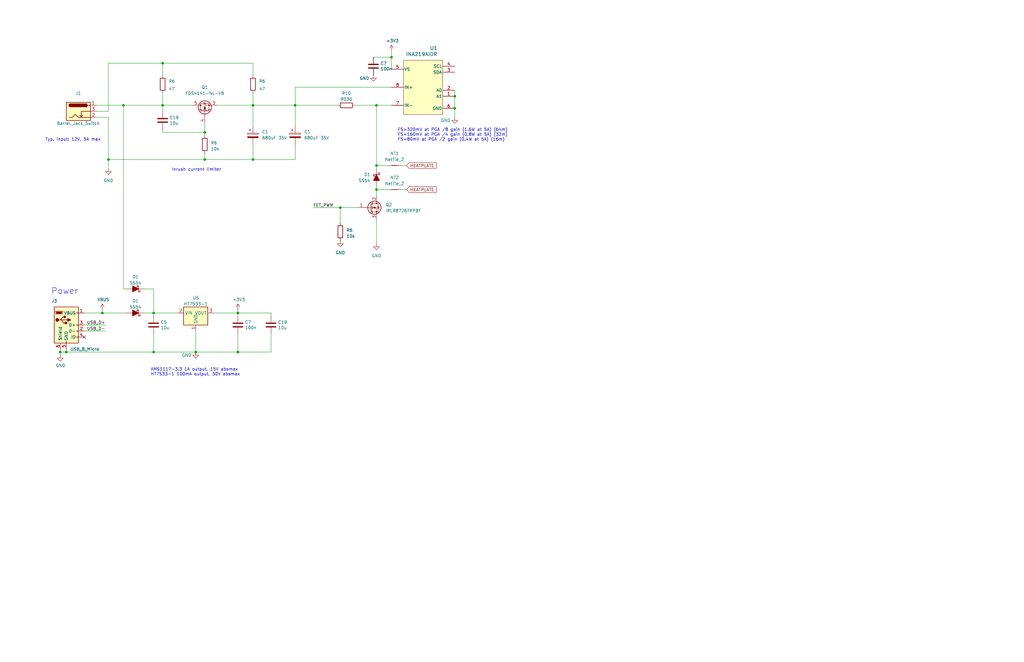
<source format=kicad_sch>
(kicad_sch (version 20230121) (generator eeschema)
  (paper "USLedger")
  (lib_symbols
    (symbol "Connector:Barrel_Jack_Switch" (pin_names hide)
      (property "Reference" "J" (at 0 5.334 0))
      (property "Value" "Barrel_Jack_Switch" (at 0 -5.08 0))
      (symbol "Barrel_Jack_Switch_0_1"
        (rectangle (start -5.08 3.81) (end 5.08 -3.81) (stroke (width 0.254)) (fill (type background)))
        (arc (start -3.302 3.175) (mid -3.9343 2.54) (end -3.302 1.905) (stroke (width 0.254)))
        (arc (start -3.302 3.175) (mid -3.9343 2.54) (end -3.302 1.905) (stroke (width 0.254)) (fill (type outline)))
        (polyline (pts (xy 1.27 -2.286) (xy 1.905 -1.651)) (stroke (width 0.254)))
        (polyline (pts (xy 5.08 2.54) (xy 3.81 2.54)) (stroke (width 0.254)))
        (polyline (pts (xy 5.08 0) (xy 1.27 0) (xy 1.27 -2.286) (xy 0.635 -1.651)) (stroke (width 0.254)))
        (polyline (pts (xy -3.81 -2.54) (xy -2.54 -2.54) (xy -1.27 -1.27) (xy 0 -2.54) (xy 2.54 -2.54) (xy 5.08 -2.54)) (stroke (width 0.254)))
        (rectangle (start 3.683 3.175) (end -3.302 1.905) (stroke (width 0.254)) (fill (type outline)))
      )
      (symbol "Barrel_Jack_Switch_1_1"
        (pin passive line (at 7.62 2.54 180) (length 2.54) (name "~") (number "1"))
        (pin passive line (at 7.62 -2.54 180) (length 2.54) (name "~") (number "2"))
        (pin passive line (at 7.62 0 180) (length 2.54) (name "~") (number "3"))
      )
    )
    (symbol "Device:C" (pin_numbers hide) (pin_names (offset 0.254))
      (property "Reference" "C" (at 0.635 2.54 0))
      (property "Value" "C" (at 0.635 -2.54 0))
      (symbol "C_0_1"
        (polyline (pts (xy -2.032 -0.762) (xy 2.032 -0.762)) (stroke (width 0.508)))
        (polyline (pts (xy -2.032 0.762) (xy 2.032 0.762)) (stroke (width 0.508)))
      )
      (symbol "C_1_1"
        (pin passive line (at 0 3.81 270) (length 2.794) (name "~") (number "1"))
        (pin passive line (at 0 -3.81 90) (length 2.794) (name "~") (number "2"))
      )
    )
    (symbol "Device:C_Polarized" (pin_numbers hide) (pin_names (offset 0.254))
      (property "Reference" "C" (at 0.635 2.54 0))
      (property "Value" "C_Polarized" (at 0.635 -2.54 0))
      (symbol "C_Polarized_0_1"
        (rectangle (start -2.286 0.508) (end 2.286 1.016))
        (polyline (pts (xy -1.778 2.286) (xy -0.762 2.286)))
        (polyline (pts (xy -1.27 2.794) (xy -1.27 1.778)))
        (rectangle (start 2.286 -0.508) (end -2.286 -1.016) (fill (type outline)))
      )
      (symbol "C_Polarized_1_1"
        (pin passive line (at 0 3.81 270) (length 2.794) (name "~") (number "1"))
        (pin passive line (at 0 -3.81 90) (length 2.794) (name "~") (number "2"))
      )
    )
    (symbol "Device:D_Schottky_Filled" (pin_numbers hide) (pin_names (offset 1.016) hide)
      (property "Reference" "D" (at 0 2.54 0))
      (property "Value" "D_Schottky_Filled" (at 0 -2.54 0))
      (symbol "D_Schottky_Filled_0_1"
        (polyline (pts (xy 1.27 0) (xy -1.27 0)))
        (polyline (pts (xy 1.27 1.27) (xy 1.27 -1.27) (xy -1.27 0) (xy 1.27 1.27)) (stroke (width 0.254)) (fill (type outline)))
        (polyline (pts (xy -1.905 0.635) (xy -1.905 1.27) (xy -1.27 1.27) (xy -1.27 -1.27) (xy -0.635 -1.27) (xy -0.635 -0.635)) (stroke (width 0.254)))
      )
      (symbol "D_Schottky_Filled_1_1"
        (pin passive line (at -3.81 0 0) (length 2.54) (name "K") (number "1"))
        (pin passive line (at 3.81 0 180) (length 2.54) (name "A") (number "2"))
      )
    )
    (symbol "Device:NetTie_2" (pin_numbers hide) (pin_names (offset 0) hide)
      (property "Reference" "NT" (at 0 1.27 0))
      (property "Value" "NetTie_2" (at 0 -1.27 0))
      (symbol "NetTie_2_0_1"
        (polyline (pts (xy -1.27 0) (xy 1.27 0)) (stroke (width 0.254)))
      )
      (symbol "NetTie_2_1_1"
        (pin passive line (at -2.54 0 0) (length 2.54) (name "1") (number "1"))
        (pin passive line (at 2.54 0 180) (length 2.54) (name "2") (number "2"))
      )
    )
    (symbol "Device:Q_NMOS_GDS" (pin_names (offset 0) hide)
      (property "Reference" "Q" (at 5.08 1.27 0))
      (property "Value" "Q_NMOS_GDS" (at 5.08 -1.27 0))
      (symbol "Q_NMOS_GDS_0_1"
        (polyline (pts (xy 0.254 0) (xy -2.54 0)))
        (polyline (pts (xy 0.254 1.905) (xy 0.254 -1.905)) (stroke (width 0.254)))
        (polyline (pts (xy 0.762 -1.27) (xy 0.762 -2.286)) (stroke (width 0.254)))
        (polyline (pts (xy 0.762 0.508) (xy 0.762 -0.508)) (stroke (width 0.254)))
        (polyline (pts (xy 0.762 2.286) (xy 0.762 1.27)) (stroke (width 0.254)))
        (polyline (pts (xy 2.54 2.54) (xy 2.54 1.778)))
        (polyline (pts (xy 2.54 -2.54) (xy 2.54 0) (xy 0.762 0)))
        (polyline (pts (xy 0.762 -1.778) (xy 3.302 -1.778) (xy 3.302 1.778) (xy 0.762 1.778)))
        (polyline (pts (xy 1.016 0) (xy 2.032 0.381) (xy 2.032 -0.381) (xy 1.016 0)) (fill (type outline)))
        (polyline (pts (xy 2.794 0.508) (xy 2.921 0.381) (xy 3.683 0.381) (xy 3.81 0.254)))
        (polyline (pts (xy 3.302 0.381) (xy 2.921 -0.254) (xy 3.683 -0.254) (xy 3.302 0.381)))
        (circle (center 1.651 0) (radius 2.794) (stroke (width 0.254)))
        (circle (center 2.54 -1.778) (radius 0.254) (fill (type outline)))
        (circle (center 2.54 1.778) (radius 0.254) (fill (type outline)))
      )
      (symbol "Q_NMOS_GDS_1_1"
        (pin input line (at -5.08 0 0) (length 2.54) (name "G") (number "1"))
        (pin passive line (at 2.54 5.08 270) (length 2.54) (name "D") (number "2"))
        (pin passive line (at 2.54 -5.08 90) (length 2.54) (name "S") (number "3"))
      )
    )
    (symbol "Device:R" (pin_numbers hide) (pin_names (offset 0))
      (property "Reference" "R" (at 2.032 0 90))
      (property "Value" "R" (at 0 0 90))
      (symbol "R_0_1"
        (rectangle (start -1.016 -2.54) (end 1.016 2.54) (stroke (width 0.254)))
      )
      (symbol "R_1_1"
        (pin passive line (at 0 3.81 270) (length 1.27) (name "~") (number "1"))
        (pin passive line (at 0 -3.81 90) (length 1.27) (name "~") (number "2"))
      )
    )
    (symbol "RP2040_minimal-rescue:USB_B_Micro-Connector" (pin_names (offset 1.016))
      (property "Reference" "J" (at -5.08 11.43 0))
      (property "Value" "Connector_USB_B_Micro" (at -5.08 8.89 0))
      (symbol "USB_B_Micro-Connector_0_1"
        (rectangle (start -5.08 -7.62) (end 5.08 7.62) (stroke (width 0.254)) (fill (type background)))
        (circle (center -3.81 2.159) (radius 0.635) (stroke (width 0.254)) (fill (type outline)))
        (circle (center -0.635 3.429) (radius 0.381) (stroke (width 0.254)) (fill (type outline)))
        (rectangle (start -0.127 -7.62) (end 0.127 -6.858))
        (polyline (pts (xy -1.905 2.159) (xy 0.635 2.159)) (stroke (width 0.254)))
        (polyline (pts (xy -3.175 2.159) (xy -2.54 2.159) (xy -1.27 3.429) (xy -0.635 3.429)) (stroke (width 0.254)))
        (polyline (pts (xy -2.54 2.159) (xy -1.905 2.159) (xy -1.27 0.889) (xy 0 0.889)) (stroke (width 0.254)))
        (polyline (pts (xy 0.635 2.794) (xy 0.635 1.524) (xy 1.905 2.159) (xy 0.635 2.794)) (stroke (width 0.254)) (fill (type outline)))
        (polyline (pts (xy -4.318 5.588) (xy -1.778 5.588) (xy -2.032 4.826) (xy -4.064 4.826) (xy -4.318 5.588)) (fill (type outline)))
        (polyline (pts (xy -4.699 5.842) (xy -4.699 5.588) (xy -4.445 4.826) (xy -4.445 4.572) (xy -1.651 4.572) (xy -1.651 4.826) (xy -1.397 5.588) (xy -1.397 5.842) (xy -4.699 5.842)))
        (rectangle (start 0.254 1.27) (end -0.508 0.508) (stroke (width 0.254)) (fill (type outline)))
        (rectangle (start 5.08 -5.207) (end 4.318 -4.953))
        (rectangle (start 5.08 -2.667) (end 4.318 -2.413))
        (rectangle (start 5.08 -0.127) (end 4.318 0.127))
        (rectangle (start 5.08 4.953) (end 4.318 5.207))
      )
      (symbol "USB_B_Micro-Connector_1_1"
        (pin power_out line (at 7.62 5.08 180) (length 2.54) (name "VBUS") (number "1"))
        (pin passive line (at 7.62 -2.54 180) (length 2.54) (name "D-") (number "2"))
        (pin passive line (at 7.62 0 180) (length 2.54) (name "D+") (number "3"))
        (pin passive line (at 7.62 -5.08 180) (length 2.54) (name "ID") (number "4"))
        (pin power_out line (at 0 -10.16 90) (length 2.54) (name "GND") (number "5"))
        (pin passive line (at -2.54 -10.16 90) (length 2.54) (name "Shield") (number "6"))
      )
    )
    (symbol "Regulator_Linear:HT75xx-1-SOT89"
      (property "Reference" "U" (at -5.08 -3.81 0))
      (property "Value" "HT75xx-1-SOT89" (at 0 6.35 0))
      (symbol "HT75xx-1-SOT89_0_1"
        (rectangle (start -5.08 5.08) (end 5.08 -2.54) (stroke (width 0.254)) (fill (type background)))
      )
      (symbol "HT75xx-1-SOT89_1_1"
        (pin power_in line (at 0 -5.08 90) (length 2.54) (name "GND") (number "1"))
        (pin power_in line (at -7.62 2.54 0) (length 2.54) (name "VIN") (number "2"))
        (pin power_out line (at 7.62 2.54 180) (length 2.54) (name "VOUT") (number "3"))
      )
    )
    (symbol "User:Q_PMOS_SSSGDDDD" (pin_names (offset 0) hide)
      (property "Reference" "Q" (at 5.08 1.27 0))
      (property "Value" "Q_PMOS_SSSGDDDD" (at 5.08 -1.27 0))
      (symbol "Q_PMOS_SSSGDDDD_0_1"
        (polyline (pts (xy 0.254 0) (xy -2.54 0)))
        (polyline (pts (xy 0.254 1.905) (xy 0.254 -1.905)) (stroke (width 0.254)))
        (polyline (pts (xy 0.762 -1.27) (xy 0.762 -2.286)) (stroke (width 0.254)))
        (polyline (pts (xy 0.762 0.508) (xy 0.762 -0.508)) (stroke (width 0.254)))
        (polyline (pts (xy 0.762 2.286) (xy 0.762 1.27)) (stroke (width 0.254)))
        (polyline (pts (xy 2.54 2.54) (xy 2.54 1.778)))
        (polyline (pts (xy 2.54 -2.54) (xy 2.54 0) (xy 0.762 0)))
        (polyline (pts (xy 0.762 -1.778) (xy 3.302 -1.778) (xy 3.302 1.778) (xy 0.762 1.778)))
        (polyline (pts (xy 2.159 0) (xy 1.143 -0.381) (xy 1.143 0.381) (xy 2.159 0)) (fill (type outline)))
        (polyline (pts (xy 2.794 0.508) (xy 2.921 0.381) (xy 3.683 0.381) (xy 3.81 0.254)))
        (polyline (pts (xy 3.302 0.381) (xy 2.921 -0.254) (xy 3.683 -0.254) (xy 3.302 0.381)))
        (circle (center 1.651 0) (radius 2.794) (stroke (width 0.254)))
        (circle (center 2.54 -1.778) (radius 0.254) (fill (type outline)))
        (circle (center 2.54 1.778) (radius 0.254) (fill (type outline)))
      )
      (symbol "Q_PMOS_SSSGDDDD_1_1"
        (pin passive line (at 2.54 -5.08 90) (length 2.54) hide (name "S") (number "1"))
        (pin passive line (at 2.54 -5.08 90) (length 2.54) hide (name "S") (number "2"))
        (pin passive line (at 2.54 -5.08 90) (length 2.54) (name "S") (number "3"))
        (pin input line (at -5.08 0 0) (length 2.54) (name "G") (number "4"))
        (pin passive line (at 2.54 5.08 270) (length 2.54) (name "D") (number "5"))
        (pin passive line (at 2.54 5.08 270) (length 2.54) hide (name "D") (number "6"))
        (pin passive line (at 2.54 5.08 270) (length 2.54) hide (name "D") (number "7"))
        (pin passive line (at 2.54 5.08 270) (length 2.54) hide (name "D") (number "8"))
      )
    )
    (symbol "power:+3V3" (power) (pin_names (offset 0))
      (property "Value" "+3V3" (at 0 3.556 0))
      (symbol "+3V3_0_1"
        (polyline (pts (xy -0.762 1.27) (xy 0 2.54)))
        (polyline (pts (xy 0 0) (xy 0 2.54)))
        (polyline (pts (xy 0 2.54) (xy 0.762 1.27)))
      )
      (symbol "+3V3_1_1"
        (pin power_in line (at 0 0 90) (length 0) hide (name "+3V3") (number "1"))
      )
    )
    (symbol "power:GND" (power) (pin_names (offset 0))
      (property "Value" "GND" (at 0 -3.81 0))
      (symbol "GND_0_1"
        (polyline (pts (xy 0 0) (xy 0 -1.27) (xy 1.27 -1.27) (xy 0 -2.54) (xy -1.27 -1.27) (xy 0 -1.27)))
      )
      (symbol "GND_1_1"
        (pin power_in line (at 0 0 270) (length 0) hide (name "GND") (number "1"))
      )
    )
    (symbol "power:VBUS" (power) (pin_names (offset 0))
      (property "Value" "VBUS" (at 0 3.81 0))
      (symbol "VBUS_0_1"
        (polyline (pts (xy -0.762 1.27) (xy 0 2.54)))
        (polyline (pts (xy 0 0) (xy 0 2.54)))
        (polyline (pts (xy 0 2.54) (xy 0.762 1.27)))
      )
      (symbol "VBUS_1_1"
        (pin power_in line (at 0 0 90) (length 0) hide (name "VBUS") (number "1"))
      )
    )
    (symbol "solder_reflow_plate:INA219AIDR" (pin_names (offset 0.254))
      (property "Reference" "U" (at -12.7 15.24 0))
      (property "Value" "INA219AIDR" (at -6.35 12.7 0))
      (symbol "INA219AIDR_0_1"
        (pin input line (at 8.89 -3.81 180) (length 5.08) (name "A1") (number "1"))
        (pin input line (at 8.89 -1.27 180) (length 5.08) (name "A0") (number "2"))
        (pin bidirectional line (at 8.89 6.35 180) (length 5.08) (name "SDA") (number "3"))
        (pin input line (at 8.89 8.89 180) (length 5.08) (name "SCL") (number "4"))
        (pin power_in line (at -17.78 7.62 0) (length 5.08) (name "VS") (number "5"))
        (pin power_in line (at 8.89 -8.89 180) (length 5.08) (name "GND") (number "6"))
      )
      (symbol "INA219AIDR_1_1"
        (rectangle (start -12.7 11.43) (end 3.81 -11.43) (fill (type background)))
        (pin passive line (at -17.78 -7.62 0) (length 5.08) (name "IN-") (number "7"))
        (pin passive line (at -17.78 0 0) (length 5.08) (name "IN+") (number "8"))
      )
    )
  )
  (junction (at 191.77 45.72))
  (junction (at 106.68 44.45))
  (junction (at 68.58 44.45))
  (junction (at 158.75 80.01))
  (junction (at 45.72 67.31))
  (junction (at 86.36 67.31))
  (junction (at 158.75 69.85))
  (junction (at 25.4 148.59))
  (junction (at 27.94 148.59))
  (junction (at 82.55 148.59))
  (junction (at 64.77 148.59))
  (junction (at 86.36 55.88))
  (junction (at 52.07 44.45))
  (junction (at 191.77 40.64))
  (junction (at 106.68 67.31))
  (junction (at 64.77 132.08))
  (junction (at 68.58 26.67))
  (junction (at 100.33 148.59))
  (junction (at 143.51 87.63))
  (junction (at 165.1 24.13))
  (junction (at 43.18 132.08))
  (junction (at 158.75 44.45))
  (junction (at 100.33 132.08))
  (junction (at 124.46 44.45))
  (no_connect (at 35.56 142.24))
  (wire (pts (xy 45.72 67.31) (xy 86.36 67.31)))
  (wire (pts (xy 165.1 24.13) (xy 165.1 29.21)))
  (wire (pts (xy 143.51 93.98) (xy 143.51 87.63)))
  (wire (pts (xy 45.72 67.31) (xy 45.72 71.12)))
  (wire (pts (xy 191.77 40.64) (xy 191.77 45.72)))
  (wire (pts (xy 157.48 24.13) (xy 165.1 24.13)))
  (wire (pts (xy 68.58 26.67) (xy 106.68 26.67)))
  (wire (pts (xy 86.36 64.77) (xy 86.36 67.31)))
  (wire (pts (xy 60.96 132.08) (xy 64.77 132.08)))
  (wire (pts (xy 43.18 132.08) (xy 53.34 132.08)))
  (wire (pts (xy 132.08 87.63) (xy 143.51 87.63)))
  (wire (pts (xy 82.55 139.7) (xy 82.55 148.59)))
  (wire (pts (xy 114.3 140.97) (xy 114.3 148.59)))
  (wire (pts (xy 158.75 80.01) (xy 163.83 80.01)))
  (wire (pts (xy 124.46 44.45) (xy 124.46 53.34)))
  (wire (pts (xy 106.68 26.67) (xy 106.68 31.75)))
  (wire (pts (xy 82.55 148.59) (xy 100.33 148.59)))
  (wire (pts (xy 158.75 78.74) (xy 158.75 80.01)))
  (wire (pts (xy 114.3 132.08) (xy 114.3 133.35)))
  (wire (pts (xy 68.58 39.37) (xy 68.58 44.45)))
  (wire (pts (xy 53.34 121.92) (xy 52.07 121.92)))
  (wire (pts (xy 40.64 44.45) (xy 52.07 44.45)))
  (wire (pts (xy 168.91 69.85) (xy 171.45 69.85)))
  (wire (pts (xy 158.75 69.85) (xy 163.83 69.85)))
  (wire (pts (xy 68.58 44.45) (xy 81.28 44.45)))
  (wire (pts (xy 100.33 148.59) (xy 114.3 148.59)))
  (wire (pts (xy 25.4 148.59) (xy 25.4 149.86)))
  (wire (pts (xy 27.94 148.59) (xy 64.77 148.59)))
  (wire (pts (xy 86.36 55.88) (xy 86.36 57.15)))
  (wire (pts (xy 142.24 44.45) (xy 124.46 44.45)))
  (wire (pts (xy 149.86 44.45) (xy 158.75 44.45)))
  (wire (pts (xy 35.56 132.08) (xy 43.18 132.08)))
  (wire (pts (xy 68.58 54.61) (xy 68.58 55.88)))
  (wire (pts (xy 90.17 132.08) (xy 100.33 132.08)))
  (wire (pts (xy 158.75 71.12) (xy 158.75 69.85)))
  (wire (pts (xy 106.68 67.31) (xy 124.46 67.31)))
  (wire (pts (xy 25.4 147.32) (xy 25.4 148.59)))
  (wire (pts (xy 100.33 140.97) (xy 100.33 148.59)))
  (wire (pts (xy 106.68 44.45) (xy 106.68 53.34)))
  (wire (pts (xy 35.56 139.7) (xy 44.45 139.7)))
  (wire (pts (xy 106.68 44.45) (xy 124.46 44.45)))
  (wire (pts (xy 68.58 55.88) (xy 86.36 55.88)))
  (wire (pts (xy 64.77 140.97) (xy 64.77 148.59)))
  (wire (pts (xy 165.1 21.59) (xy 165.1 24.13)))
  (wire (pts (xy 68.58 26.67) (xy 68.58 31.75)))
  (wire (pts (xy 40.64 46.99) (xy 45.72 46.99)))
  (wire (pts (xy 124.46 36.83) (xy 124.46 44.45)))
  (wire (pts (xy 27.94 148.59) (xy 25.4 148.59)))
  (wire (pts (xy 158.75 80.01) (xy 158.75 82.55)))
  (wire (pts (xy 124.46 60.96) (xy 124.46 67.31)))
  (wire (pts (xy 60.96 121.92) (xy 64.77 121.92)))
  (wire (pts (xy 165.1 36.83) (xy 124.46 36.83)))
  (wire (pts (xy 191.77 38.1) (xy 191.77 40.64)))
  (wire (pts (xy 158.75 44.45) (xy 165.1 44.45)))
  (wire (pts (xy 52.07 121.92) (xy 52.07 44.45)))
  (wire (pts (xy 86.36 55.88) (xy 86.36 52.07)))
  (wire (pts (xy 91.44 44.45) (xy 106.68 44.45)))
  (wire (pts (xy 158.75 44.45) (xy 158.75 69.85)))
  (wire (pts (xy 35.56 137.16) (xy 44.45 137.16)))
  (wire (pts (xy 143.51 87.63) (xy 151.13 87.63)))
  (wire (pts (xy 64.77 132.08) (xy 74.93 132.08)))
  (wire (pts (xy 43.18 132.08) (xy 43.18 130.81)))
  (wire (pts (xy 45.72 46.99) (xy 45.72 26.67)))
  (wire (pts (xy 64.77 132.08) (xy 64.77 133.35)))
  (wire (pts (xy 64.77 121.92) (xy 64.77 132.08)))
  (wire (pts (xy 40.64 49.53) (xy 45.72 49.53)))
  (wire (pts (xy 27.94 147.32) (xy 27.94 148.59)))
  (wire (pts (xy 45.72 26.67) (xy 68.58 26.67)))
  (wire (pts (xy 191.77 49.53) (xy 191.77 45.72)))
  (wire (pts (xy 100.33 132.08) (xy 114.3 132.08)))
  (wire (pts (xy 106.68 39.37) (xy 106.68 44.45)))
  (wire (pts (xy 64.77 148.59) (xy 82.55 148.59)))
  (wire (pts (xy 86.36 67.31) (xy 106.68 67.31)))
  (wire (pts (xy 100.33 132.08) (xy 100.33 130.81)))
  (wire (pts (xy 100.33 133.35) (xy 100.33 132.08)))
  (wire (pts (xy 45.72 49.53) (xy 45.72 67.31)))
  (wire (pts (xy 52.07 44.45) (xy 68.58 44.45)))
  (wire (pts (xy 68.58 46.99) (xy 68.58 44.45)))
  (wire (pts (xy 158.75 92.71) (xy 158.75 102.87)))
  (wire (pts (xy 171.45 80.01) (xy 168.91 80.01)))
  (wire (pts (xy 106.68 60.96) (xy 106.68 67.31)))
  (text "Inrush current limiter" (at 72.39 72.39 0) (effects (font (size 1.27 1.27)) (justify left bottom)))
  (text "Power" (at 21.59 124.46 0) (effects (font (size 2.54 2.54)) (justify left bottom)))
  (text "FS=320mV at PGA /8 gain (1.6W at 5A) (64m)\nFS=160mV at PGA /4 gain (0.8W at 5A) (32m)\nFS=80mV at PGA /2 gain (0.4W at 5A) (16m)" (at 167.64 59.69 0) (effects (font (size 1.27 1.27)) (justify left bottom)))
  (text "AMS1117-3.3 1A output, 15V absmax\nHT7533-1 100mA output, 30V absmax" (at 63.5 158.75 0) (effects (font (size 1.27 1.27)) (justify left bottom)))
  (text "Typ. input: 12V, 5A max" (at 19.05 59.69 0) (effects (font (size 1.27 1.27)) (justify left bottom)))
  (label "FET_PWM" (at 132.08 87.63 0))
  (label "USB_D-" (at 44.45 139.7 180))
  (label "USB_D+" (at 44.45 137.16 180))
  (global_label "HEATPLATE" (shape input) (at 171.45 69.85 0) (property "Intersheetrefs" "${INTERSHEET_REFS}" (effects hide)))
  (global_label "HEATPLATE" (shape input) (at 171.45 80.01 0) (property "Intersheetrefs" "${INTERSHEET_REFS}" (effects hide)))
  (symbol (lib_id "Device:C") (at 114.3 137.16 0) (unit 1)
    (property "Reference" "C19" (at 117.221 135.9916 0) (effects (justify left)))
    (property "Value" "10u" (at 117.221 138.303 0) (effects (justify left)))
    (property "Footprint" "Capacitor_SMD:C_0805_2012Metric" (effects hide))
  )
  (symbol (lib_id "power:VBUS") (at 43.18 130.81 0) (unit 1)
    (property "Reference" "#PWR04" (effects hide))
    (property "Value" "VBUS" (at 43.561 126.4158 0))
  )
  (symbol (lib_id "Device:C_Polarized") (at 106.68 57.15 0) (unit 1)
    (property "Reference" "C1" (at 110.49 55.626 0) (effects (justify left)))
    (property "Value" "680uF 35V" (at 110.49 58.166 0) (effects (justify left)))
    (property "Footprint" "Capacitor_SMD:CP_Elec_10x10.5" (effects hide))
    (property "Datasheet" "https://jlcpcb.com/partdetail/Roqang-RVT1C681M1010/C335987#:~:text=Datasheet-,Download,-Source" (effects hide))
    (property "LCSC" "C2980172" (effects hide))
  )
  (symbol (lib_id "Device:D_Schottky_Filled") (at 57.15 121.92 180) (unit 1)
    (property "Reference" "D1" (at 57.15 116.84 0))
    (property "Value" "SS54" (at 57.15 119.38 0))
    (property "Footprint" "Diode_SMD:D_SMA" (effects hide))
    (property "LCSC" "C22452" (effects hide))
  )
  (symbol (lib_id "power:GND") (at 143.51 101.6 0) (unit 1)
    (property "Reference" "#PWR030" (effects hide))
    (property "Value" "GND" (at 143.51 106.68 0))
  )
  (symbol (lib_id "Device:Q_NMOS_GDS") (at 156.21 87.63 0) (unit 1)
    (property "Reference" "Q2" (at 162.56 86.3599 0) (effects (justify left)))
    (property "Value" "IRLR8726TRPBF" (at 162.56 88.8999 0) (effects (justify left)))
    (property "Footprint" "Package_TO_SOT_SMD:TO-252-2" (effects hide))
    (property "Information" "NMOS, 30V, 60A, Rds(on) < 10mOhms" (effects hide))
    (property "LCSC Part Number" "C81137" (effects hide))
    (property "LCSC Part Number Alternative" "C108901" (effects hide))
    (property "LCSC" "C81137" (effects hide))
  )
  (symbol (lib_id "Device:C") (at 64.77 137.16 0) (unit 1)
    (property "Reference" "C5" (at 67.691 135.9916 0) (effects (justify left)))
    (property "Value" "10u" (at 67.691 138.303 0) (effects (justify left)))
    (property "Footprint" "Capacitor_SMD:C_0805_2012Metric" (effects hide))
  )
  (symbol (lib_id "Device:C") (at 68.58 50.8 0) (unit 1)
    (property "Reference" "C19" (at 71.501 49.6316 0) (effects (justify left)))
    (property "Value" "10u" (at 71.501 51.943 0) (effects (justify left)))
    (property "Footprint" "Capacitor_SMD:C_0805_2012Metric" (effects hide))
  )
  (symbol (lib_id "Connector:Barrel_Jack_Switch") (at 33.02 46.99 0) (unit 1)
    (property "Reference" "J1" (at 33.02 39.37 0))
    (property "Value" "Barrel_Jack_Switch" (at 33.02 52.07 0))
    (property "Footprint" "Connector_BarrelJack:BarrelJack_Horizontal" (effects hide))
    (property "LCSC" "C381115" (effects hide))
  )
  (symbol (lib_id "Device:R") (at 143.51 97.79 0) (unit 1)
    (property "Reference" "R6" (at 146.05 97.155 0) (effects (justify left)))
    (property "Value" "10k" (at 146.05 99.695 0) (effects (justify left)))
    (property "Footprint" "Resistor_SMD:R_0603_1608Metric" (effects hide))
    (property "LCSC" "C25804" (effects hide))
  )
  (symbol (lib_id "Device:NetTie_2") (at 166.37 69.85 0) (unit 1) (in_bom no)
    (property "Reference" "NT1" (at 166.37 64.77 0))
    (property "Value" "NetTie_2" (at 166.37 67.31 0))
    (property "Footprint" "NetTie:NetTie-2_SMD_Pad2.0mm" (effects hide))
  )
  (symbol (lib_id "power:+3V3") (at 100.33 130.81 0) (unit 1)
    (property "Reference" "#PWR010" (effects hide))
    (property "Value" "+3V3" (at 100.711 126.4158 0))
  )
  (symbol (lib_id "power:GND") (at 45.72 71.12 0) (unit 1)
    (property "Reference" "#PWR027" (effects hide))
    (property "Value" "GND" (at 45.72 76.2 0))
  )
  (symbol (lib_id "power:GND") (at 191.77 49.53 0) (unit 1)
    (property "Reference" "#PWR024" (effects hide))
    (property "Value" "GND" (at 187.96 50.8 0))
  )
  (symbol (lib_id "power:GND") (at 157.48 31.75 0) (unit 1)
    (property "Reference" "#PWR024" (effects hide))
    (property "Value" "GND" (at 153.67 33.02 0))
  )
  (symbol (lib_id "Device:D_Schottky_Filled") (at 57.15 132.08 180) (unit 1)
    (property "Reference" "D1" (at 57.15 127 0))
    (property "Value" "SS54" (at 57.15 129.54 0))
    (property "Footprint" "Diode_SMD:D_SMA" (effects hide))
    (property "LCSC" "C22452" (effects hide))
  )
  (symbol (lib_id "Regulator_Linear:HT75xx-1-SOT89") (at 82.55 134.62 0) (unit 1)
    (property "Reference" "U5" (at 82.55 125.73 0))
    (property "Value" "HT7533-1" (at 82.55 128.27 0))
    (property "Footprint" "Package_TO_SOT_SMD:SOT-89-3" (effects hide))
    (property "Datasheet" "https://www.holtek.com/documents/10179/116711/HT75xx-1v250.pdf" (effects hide))
    (property "LCSC" "C14289" (effects hide))
  )
  (symbol (lib_id "Device:R") (at 146.05 44.45 90) (unit 1)
    (property "Reference" "R10" (at 146.05 39.37 90))
    (property "Value" "R030" (at 146.05 41.91 90))
    (property "Footprint" "Resistor_SMD:R_1206_3216Metric" (effects hide))
    (property "LCSC" "C163046" (effects hide))
  )
  (symbol (lib_id "Device:C") (at 100.33 137.16 0) (unit 1)
    (property "Reference" "C7" (at 103.251 135.9916 0) (effects (justify left)))
    (property "Value" "100n" (at 103.251 138.303 0) (effects (justify left)))
    (property "Footprint" "Capacitor_SMD:C_0402_1005Metric" (effects hide))
    (property "LCSC" "C1525" (effects hide))
  )
  (symbol (lib_id "power:+3V3") (at 165.1 21.59 0) (unit 1)
    (property "Reference" "#PWR023" (effects hide))
    (property "Value" "+3V3" (at 165.481 17.1958 0))
  )
  (symbol (lib_id "Device:R") (at 106.68 35.56 0) (unit 1)
    (property "Reference" "R6" (at 109.22 34.29 0) (effects (justify left)))
    (property "Value" "47" (at 109.22 37.465 0) (effects (justify left)))
    (property "Footprint" "Resistor_SMD:R_0603_1608Metric" (effects hide))
    (property "LCSC" "C23182" (effects hide))
  )
  (symbol (lib_id "power:GND") (at 82.55 148.59 0) (unit 1)
    (property "Reference" "#PWR06" (effects hide))
    (property "Value" "GND" (at 78.74 149.86 0))
  )
  (symbol (lib_id "RP2040_minimal-rescue:USB_B_Micro-Connector") (at 27.94 137.16 0) (unit 1)
    (property "Reference" "J3" (at 24.13 127 0) (effects (justify right)))
    (property "Value" "USB_B_Micro" (at 41.91 147.32 0) (effects (justify right)))
    (property "Footprint" "RP2040_minimal:USB_Micro-B_Amphenol_10103594-0001LF_Horizontal_modified" (effects hide))
    (property "LCSC" "C132350" (effects hide))
  )
  (symbol (lib_id "power:GND") (at 158.75 102.87 0) (unit 1)
    (property "Reference" "#PWR029" (effects hide))
    (property "Value" "GND" (at 158.75 107.95 0))
  )
  (symbol (lib_id "Device:R") (at 68.58 35.56 0) (unit 1)
    (property "Reference" "R6" (at 71.12 34.29 0) (effects (justify left)))
    (property "Value" "47" (at 71.12 37.465 0) (effects (justify left)))
    (property "Footprint" "Resistor_SMD:R_0603_1608Metric" (effects hide))
    (property "LCSC" "C23182" (effects hide))
  )
  (symbol (lib_id "Device:C") (at 157.48 27.94 0) (unit 1)
    (property "Reference" "C7" (at 160.401 26.7716 0) (effects (justify left)))
    (property "Value" "100n" (at 160.401 29.083 0) (effects (justify left)))
    (property "Footprint" "Capacitor_SMD:C_0402_1005Metric" (effects hide))
    (property "LCSC" "C1525" (effects hide))
  )
  (symbol (lib_id "Device:D_Schottky_Filled") (at 158.75 74.93 270) (unit 1)
    (property "Reference" "D1" (at 156.21 73.6599 90) (effects (justify right)))
    (property "Value" "SS54" (at 156.21 76.1999 90) (effects (justify right)))
    (property "Footprint" "Diode_SMD:D_SMA" (effects hide))
    (property "LCSC" "C22452" (effects hide))
  )
  (symbol (lib_id "User:Q_PMOS_SSSGDDDD") (at 86.36 46.99 90) (unit 1)
    (property "Reference" "Q1" (at 86.36 36.83 90))
    (property "Value" "FDS4141-NL-VB" (at 86.36 39.37 90))
    (property "Footprint" "Package_SO:SOIC-8_3.9x4.9mm_P1.27mm" (effects hide))
    (property "Information" "PMOS, 30V, 15A, Rds(on) < 10mOhms" (effects hide))
    (property "LCSC Part Number" "C2880527" (effects hide))
    (property "LCSC Part Number Alternative" "C54807" (effects hide))
    (property "LCSC" "C5137404" (effects hide))
  )
  (symbol (lib_id "Device:NetTie_2") (at 166.37 80.01 0) (unit 1) (in_bom no)
    (property "Reference" "NT2" (at 166.37 74.93 0))
    (property "Value" "NetTie_2" (at 166.37 77.47 0))
    (property "Footprint" "NetTie:NetTie-2_SMD_Pad2.0mm" (effects hide))
  )
  (symbol (lib_id "Device:C_Polarized") (at 124.46 57.15 0) (unit 1)
    (property "Reference" "C1" (at 128.27 55.626 0) (effects (justify left)))
    (property "Value" "680uF 35V" (at 128.27 58.166 0) (effects (justify left)))
    (property "Footprint" "Capacitor_SMD:CP_Elec_10x10.5" (effects hide))
    (property "Datasheet" "https://jlcpcb.com/partdetail/Roqang-RVT1C681M1010/C335987#:~:text=Datasheet-,Download,-Source" (effects hide))
    (property "LCSC" "C2980172" (effects hide))
  )
  (symbol (lib_id "solder_reflow_plate:INA219AIDR") (at 182.88 36.83 0) (unit 1)
    (property "Reference" "U1" (at 182.88 20.32 0) (effects (font (size 1.524 1.524))))
    (property "Value" "INA219AIDR" (at 177.8 22.86 0) (effects (font (size 1.524 1.524))))
    (property "Footprint" "D0008A_N" (effects hide))
    (property "Datasheet" "INA219AIDR" (effects hide))
    (property "LCSC" "C138706" (effects hide))
  )
  (symbol (lib_id "Device:R") (at 86.36 60.96 0) (unit 1)
    (property "Reference" "R6" (at 88.9 60.325 0) (effects (justify left)))
    (property "Value" "10k" (at 88.9 62.865 0) (effects (justify left)))
    (property "Footprint" "Resistor_SMD:R_0603_1608Metric" (effects hide))
    (property "LCSC" "C25804" (effects hide))
  )
  (symbol (lib_id "power:GND") (at 25.4 149.86 0) (unit 1)
    (property "Reference" "#PWR01" (effects hide))
    (property "Value" "GND" (at 25.527 154.2542 0))
  )
)
</source>
